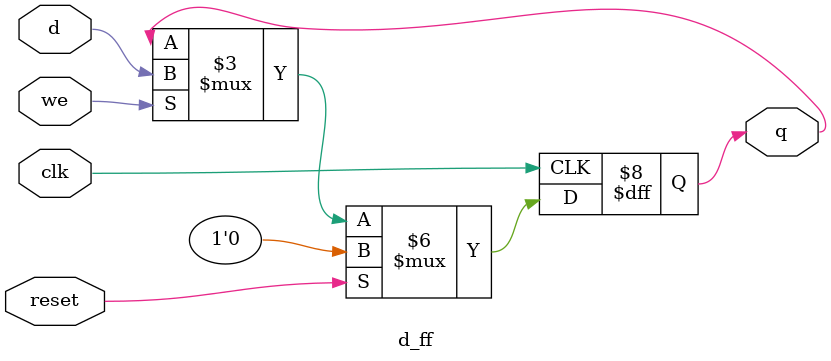
<source format=v>
module d_ff(q,d,clk,reset,we);

input clk,reset,d,we;
output reg q;

always @(posedge clk) begin
    if(reset)q<=0;
    else if(we)q<=d;
    else q<=q;
end

endmodule 
</source>
